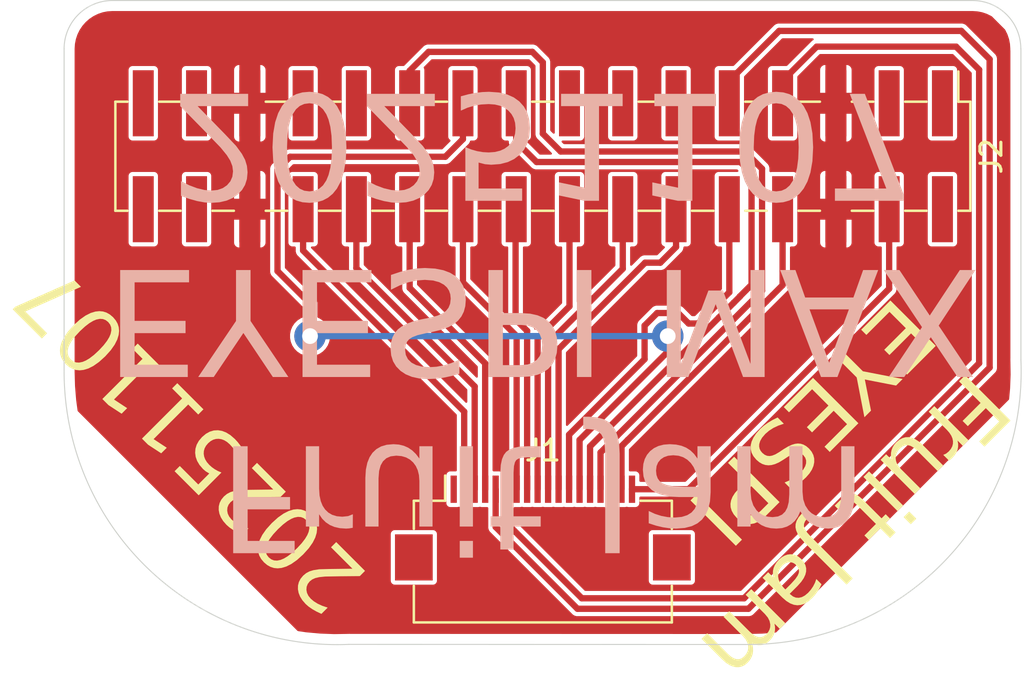
<source format=kicad_pcb>
(kicad_pcb (version 20241229) (generator "pcbnew") (generator_version "9.0")
  (layers (0 "F.Cu" signal) (2 "B.Cu" signal) (13 "F.Paste" user) (15 "B.Paste" user) (5 "F.SilkS" user "F.Silkscreen") (7 "B.SilkS" user "B.Silkscreen") (1 "F.Mask" user) (3 "B.Mask" user) (25 "Edge.Cuts" user))
  (net 0 "")
  (net 1 "/dc")
  (net 2 "/busy")
  (net 3 "/sck")
  (net 4 "/mosi")
  (net 5 "/tscs")
  (net 6 "/gpio2")
  (net 7 "/miso")
  (net 8 "/sdcs")
  (net 9 "gnd")
  (net 10 "/int")
  (net 11 "3v3")
  (net 12 "/rst")
  (net 13 "/gpio1")
  (net 14 "/scl")
  (net 15 "/mcs")
  (net 16 "/lite")
  (net 17 "/tcs")
  (net 18 "/sda")
  (footprint "Connector_FFC-FPC:Hirose_FH12-18S-0.5SH_1x18-1MP_P0.50mm_Horizontal" (layer "F.Cu") (at 155.9 95.15)
    (property "Reference" "J1" (at 0 -3.7 0) (layer "F.SilkS"))
    (property "Value" "Conn_01x18_Socket" (hide yes))
    (fp_line (start -6.15 -1.3) (end -6.15 0.04) (stroke (width 0.12)) (layer "F.SilkS"))
    (fp_line (start -6.15 2.76) (end -6.15 4.5) (stroke (width 0.12)) (layer "F.SilkS"))
    (fp_line (start -6.15 4.5) (end 6.15 4.5) (stroke (width 0.12)) (layer "F.SilkS"))
    (fp_line (start -4.66 -1.3) (end -6.15 -1.3) (stroke (width 0.12)) (layer "F.SilkS"))
    (fp_line (start -4.66 -1.3) (end -4.66 -2.5) (stroke (width 0.12)) (layer "F.SilkS"))
    (fp_line (start 4.66 -1.3) (end 6.15 -1.3) (stroke (width 0.12)) (layer "F.SilkS"))
    (fp_line (start 6.15 -1.3) (end 6.15 0.04) (stroke (width 0.12)) (layer "F.SilkS"))
    (fp_line (start 6.15 4.5) (end 6.15 2.76) (stroke (width 0.12)) (layer "F.SilkS"))
    (pad "1" smd rect (at -4.25 -1.85) (size 0.3 1.3) (layers "F.Cu" "F.Mask" "F.Paste") (net 6 "/gpio2"))
    (pad "2" smd rect (at -3.75 -1.85) (size 0.3 1.3) (layers "F.Cu" "F.Mask" "F.Paste") (net 13 "/gpio1"))
    (pad "3" smd rect (at -3.25 -1.85) (size 0.3 1.3) (layers "F.Cu" "F.Mask" "F.Paste") (net 2 "/busy"))
    (pad "4" smd rect (at -2.75 -1.85) (size 0.3 1.3) (layers "F.Cu" "F.Mask" "F.Paste") (net 10 "/int"))
    (pad "5" smd rect (at -2.25 -1.85) (size 0.3 1.3) (layers "F.Cu" "F.Mask" "F.Paste") (net 18 "/sda"))
    (pad "6" smd rect (at -1.75 -1.85) (size 0.3 1.3) (layers "F.Cu" "F.Mask" "F.Paste") (net 14 "/scl"))
    (pad "7" smd rect (at -1.25 -1.85) (size 0.3 1.3) (layers "F.Cu" "F.Mask" "F.Paste") (net 5 "/tscs"))
    (pad "8" smd rect (at -0.75 -1.85) (size 0.3 1.3) (layers "F.Cu" "F.Mask" "F.Paste") (net 15 "/mcs"))
    (pad "9" smd rect (at -0.25 -1.85) (size 0.3 1.3) (layers "F.Cu" "F.Mask" "F.Paste") (net 8 "/sdcs"))
    (pad "10" smd rect (at 0.25 -1.85) (size 0.3 1.3) (layers "F.Cu" "F.Mask" "F.Paste") (net 17 "/tcs"))
    (pad "11" smd rect (at 0.75 -1.85) (size 0.3 1.3) (layers "F.Cu" "F.Mask" "F.Paste") (net 12 "/rst"))
    (pad "12" smd rect (at 1.25 -1.85) (size 0.3 1.3) (layers "F.Cu" "F.Mask" "F.Paste") (net 1 "/dc"))
    (pad "13" smd rect (at 1.75 -1.85) (size 0.3 1.3) (layers "F.Cu" "F.Mask" "F.Paste") (net 7 "/miso"))
    (pad "14" smd rect (at 2.25 -1.85) (size 0.3 1.3) (layers "F.Cu" "F.Mask" "F.Paste") (net 4 "/mosi"))
    (pad "15" smd rect (at 2.75 -1.85) (size 0.3 1.3) (layers "F.Cu" "F.Mask" "F.Paste") (net 3 "/sck"))
    (pad "16" smd rect (at 3.25 -1.85) (size 0.3 1.3) (layers "F.Cu" "F.Mask" "F.Paste") (net 9 "gnd"))
    (pad "17" smd rect (at 3.75 -1.85) (size 0.3 1.3) (layers "F.Cu" "F.Mask" "F.Paste") (net 16 "/lite"))
    (pad "18" smd rect (at 4.25 -1.85) (size 0.3 1.3) (layers "F.Cu" "F.Mask" "F.Paste") (net 11 "3v3"))
    (pad "MP" smd rect (at -6.15 1.4) (size 1.8 2.2) (layers "F.Cu" "F.Mask" "F.Paste"))
    (pad "MP" smd rect (at 6.15 1.4) (size 1.8 2.2) (layers "F.Cu" "F.Mask" "F.Paste"))
  )
  (footprint "Connector_PinHeader_2.54mm:PinHeader_2x16_P2.54mm_Vertical_SMD" (layer "F.Cu") (at 155.9 77.425 -90)
    (property "Reference" "J2" (at 0 -21.38 90) (layer "F.SilkS"))
    (property "Value" "FruitJam-2x16" (hide yes))
    (fp_line (start -2.6 20.38) (end 2.6 20.38) (stroke (width 0.12)) (layer "F.SilkS"))
    (fp_line (start -2.6 19.81) (end -2.6 20.38) (stroke (width 0.12)) (layer "F.SilkS"))
    (fp_line (start 2.6 19.81) (end 2.6 20.38) (stroke (width 0.12)) (layer "F.SilkS"))
    (fp_line (start -2.6 17.27) (end -2.6 18.29) (stroke (width 0.12)) (layer "F.SilkS"))
    (fp_line (start 2.6 17.27) (end 2.6 18.29) (stroke (width 0.12)) (layer "F.SilkS"))
    (fp_line (start -2.6 14.73) (end -2.6 15.75) (stroke (width 0.12)) (layer "F.SilkS"))
    (fp_line (start 2.6 14.73) (end 2.6 15.75) (stroke (width 0.12)) (layer "F.SilkS"))
    (fp_line (start -2.6 12.19) (end -2.6 13.21) (stroke (width 0.12)) (layer "F.SilkS"))
    (fp_line (start 2.6 12.19) (end 2.6 13.21) (stroke (width 0.12)) (layer "F.SilkS"))
    (fp_line (start -2.6 9.65) (end -2.6 10.67) (stroke (width 0.12)) (layer "F.SilkS"))
    (fp_line (start 2.6 9.65) (end 2.6 10.67) (stroke (width 0.12)) (layer "F.SilkS"))
    (fp_line (start -2.6 7.11) (end -2.6 8.13) (stroke (width 0.12)) (layer "F.SilkS"))
    (fp_line (start 2.6 7.11) (end 2.6 8.13) (stroke (width 0.12)) (layer "F.SilkS"))
    (fp_line (start -2.6 4.57) (end -2.6 5.59) (stroke (width 0.12)) (layer "F.SilkS"))
    (fp_line (start 2.6 4.57) (end 2.6 5.59) (stroke (width 0.12)) (layer "F.SilkS"))
    (fp_line (start -2.6 2.03) (end -2.6 3.05) (stroke (width 0.12)) (layer "F.SilkS"))
    (fp_line (start 2.6 2.03) (end 2.6 3.05) (stroke (width 0.12)) (layer "F.SilkS"))
    (fp_line (start -2.6 -0.51) (end -2.6 0.51) (stroke (width 0.12)) (layer "F.SilkS"))
    (fp_line (start 2.6 -0.51) (end 2.6 0.51) (stroke (width 0.12)) (layer "F.SilkS"))
    (fp_line (start -2.6 -3.05) (end -2.6 -2.03) (stroke (width 0.12)) (layer "F.SilkS"))
    (fp_line (start 2.6 -3.05) (end 2.6 -2.03) (stroke (width 0.12)) (layer "F.SilkS"))
    (fp_line (start -2.6 -5.59) (end -2.6 -4.57) (stroke (width 0.12)) (layer "F.SilkS"))
    (fp_line (start 2.6 -5.59) (end 2.6 -4.57) (stroke (width 0.12)) (layer "F.SilkS"))
    (fp_line (start -2.6 -8.13) (end -2.6 -7.11) (stroke (width 0.12)) (layer "F.SilkS"))
    (fp_line (start 2.6 -8.13) (end 2.6 -7.11) (stroke (width 0.12)) (layer "F.SilkS"))
    (fp_line (start -2.6 -10.67) (end -2.6 -9.65) (stroke (width 0.12)) (layer "F.SilkS"))
    (fp_line (start 2.6 -10.67) (end 2.6 -9.65) (stroke (width 0.12)) (layer "F.SilkS"))
    (fp_line (start -2.6 -13.21) (end -2.6 -12.19) (stroke (width 0.12)) (layer "F.SilkS"))
    (fp_line (start 2.6 -13.21) (end 2.6 -12.19) (stroke (width 0.12)) (layer "F.SilkS"))
    (fp_line (start -2.6 -15.75) (end -2.6 -14.73) (stroke (width 0.12)) (layer "F.SilkS"))
    (fp_line (start 2.6 -15.75) (end 2.6 -14.73) (stroke (width 0.12)) (layer "F.SilkS"))
    (fp_line (start -2.6 -18.29) (end -2.6 -17.27) (stroke (width 0.12)) (layer "F.SilkS"))
    (fp_line (start 2.6 -18.29) (end 2.6 -17.27) (stroke (width 0.12)) (layer "F.SilkS"))
    (fp_line (start -4.04 -19.81) (end -2.6 -19.81) (stroke (width 0.12)) (layer "F.SilkS"))
    (fp_line (start -2.6 -20.38) (end -2.6 -19.81) (stroke (width 0.12)) (layer "F.SilkS"))
    (fp_line (start -2.6 -20.38) (end 2.6 -20.38) (stroke (width 0.12)) (layer "F.SilkS"))
    (fp_line (start 2.6 -20.38) (end 2.6 -19.81) (stroke (width 0.12)) (layer "F.SilkS"))
    (pad "1" smd rect (at -2.525 -19.05 270) (size 3.15 1) (layers "F.Cu" "F.Mask" "F.Paste"))
    (pad "2" smd rect (at 2.525 -19.05 270) (size 3.15 1) (layers "F.Cu" "F.Mask" "F.Paste"))
    (pad "3" smd rect (at -2.525 -16.51 270) (size 3.15 1) (layers "F.Cu" "F.Mask" "F.Paste"))
    (pad "4" smd rect (at 2.525 -16.51 270) (size 3.15 1) (layers "F.Cu" "F.Mask" "F.Paste") (net 11 "3v3"))
    (pad "5" smd rect (at -2.525 -13.97 270) (size 3.15 1) (layers "F.Cu" "F.Mask" "F.Paste") (net 9 "gnd"))
    (pad "6" smd rect (at 2.525 -13.97 270) (size 3.15 1) (layers "F.Cu" "F.Mask" "F.Paste") (net 9 "gnd"))
    (pad "7" smd rect (at -2.525 -11.43 270) (size 3.15 1) (layers "F.Cu" "F.Mask" "F.Paste") (net 14 "/scl"))
    (pad "8" smd rect (at 2.525 -11.43 270) (size 3.15 1) (layers "F.Cu" "F.Mask" "F.Paste") (net 16 "/lite"))
    (pad "9" smd rect (at -2.525 -8.89 270) (size 3.15 1) (layers "F.Cu" "F.Mask" "F.Paste") (net 18 "/sda"))
    (pad "10" smd rect (at 2.525 -8.89 270) (size 3.15 1) (layers "F.Cu" "F.Mask" "F.Paste") (net 1 "/dc"))
    (pad "11" smd rect (at -2.525 -6.35 270) (size 3.15 1) (layers "F.Cu" "F.Mask" "F.Paste"))
    (pad "12" smd rect (at 2.525 -6.35 270) (size 3.15 1) (layers "F.Cu" "F.Mask" "F.Paste") (net 12 "/rst"))
    (pad "13" smd rect (at -2.525 -3.81 270) (size 3.15 1) (layers "F.Cu" "F.Mask" "F.Paste"))
    (pad "14" smd rect (at 2.525 -3.81 270) (size 3.15 1) (layers "F.Cu" "F.Mask" "F.Paste") (net 17 "/tcs"))
    (pad "15" smd rect (at -2.525 -1.27 270) (size 3.15 1) (layers "F.Cu" "F.Mask" "F.Paste"))
    (pad "16" smd rect (at 2.525 -1.27 270) (size 3.15 1) (layers "F.Cu" "F.Mask" "F.Paste") (net 8 "/sdcs"))
    (pad "17" smd rect (at -2.525 1.27 270) (size 3.15 1) (layers "F.Cu" "F.Mask" "F.Paste") (net 4 "/mosi"))
    (pad "18" smd rect (at 2.525 1.27 270) (size 3.15 1) (layers "F.Cu" "F.Mask" "F.Paste") (net 15 "/mcs"))
    (pad "19" smd rect (at -2.525 3.81 270) (size 3.15 1) (layers "F.Cu" "F.Mask" "F.Paste") (net 7 "/miso"))
    (pad "20" smd rect (at 2.525 3.81 270) (size 3.15 1) (layers "F.Cu" "F.Mask" "F.Paste") (net 5 "/tscs"))
    (pad "21" smd rect (at -2.525 6.35 270) (size 3.15 1) (layers "F.Cu" "F.Mask" "F.Paste") (net 3 "/sck"))
    (pad "22" smd rect (at 2.525 6.35 270) (size 3.15 1) (layers "F.Cu" "F.Mask" "F.Paste") (net 10 "/int"))
    (pad "23" smd rect (at -2.525 8.89 270) (size 3.15 1) (layers "F.Cu" "F.Mask" "F.Paste"))
    (pad "24" smd rect (at 2.525 8.89 270) (size 3.15 1) (layers "F.Cu" "F.Mask" "F.Paste") (net 2 "/busy"))
    (pad "25" smd rect (at -2.525 11.43 270) (size 3.15 1) (layers "F.Cu" "F.Mask" "F.Paste"))
    (pad "26" smd rect (at 2.525 11.43 270) (size 3.15 1) (layers "F.Cu" "F.Mask" "F.Paste") (net 13 "/gpio1"))
    (pad "27" smd rect (at -2.525 13.97 270) (size 3.15 1) (layers "F.Cu" "F.Mask" "F.Paste") (net 9 "gnd"))
    (pad "28" smd rect (at 2.525 13.97 270) (size 3.15 1) (layers "F.Cu" "F.Mask" "F.Paste") (net 9 "gnd"))
    (pad "29" smd rect (at -2.525 16.51 270) (size 3.15 1) (layers "F.Cu" "F.Mask" "F.Paste"))
    (pad "30" smd rect (at 2.525 16.51 270) (size 3.15 1) (layers "F.Cu" "F.Mask" "F.Paste"))
    (pad "31" smd rect (at -2.525 19.05 270) (size 3.15 1) (layers "F.Cu" "F.Mask" "F.Paste"))
    (pad "32" smd rect (at 2.525 19.05 270) (size 3.15 1) (layers "F.Cu" "F.Mask" "F.Paste"))
  )
  (gr_arc (start 176.386451 70.001346) (mid 178.012797 70.675) (end 178.686451 72.301346) (stroke (width 0.05)) (layer "Edge.Cuts"))
  (gr_line (start 135.376346 70.001346) (end 176.386451 70.001346) (stroke (width 0.05)) (layer "Edge.Cuts"))
  (gr_line (start 133.076346 87.680211) (end 133.076346 72.301346) (stroke (width 0.05)) (layer "Edge.Cuts"))
  (gr_line (start 165.690839 100.702863) (end 146.645036 100.697137) (stroke (width 0.05)) (layer "Edge.Cuts"))
  (gr_arc (start 146.645056 100.697137) (mid 137.091977 97.098041) (end 133.076346 87.71244) (stroke (width 0.05)) (layer "Edge.Cuts"))
  (gr_arc (start 178.690839 87.134144) (mid 175.086451 96.692749) (end 165.690839 100.702863) (stroke (width 0.05)) (layer "Edge.Cuts"))
  (gr_arc (start 133.076346 72.301346) (mid 133.75 70.675) (end 135.376346 70.001346) (stroke (width 0.05)) (layer "Edge.Cuts"))
  (gr_line (start 178.690839 87.134144) (end 178.690839 72.30135) (stroke (width 0.05)) (layer "Edge.Cuts"))
  (gr_text "Fruit Jam\nEYESPI" (at 172.4 83.65 225) (layer "F.SilkS") (effects (font (size 3 3) (thickness 0.1)) (justify left bottom)))
  (gr_text "20251107" (at 148 97.05 135) (layer "F.SilkS") (effects (font (size 3 3) (thickness 0.1)) (justify left bottom)))
  (gr_text "Fruit Jam\nEYESPI MAX\n20251107" (at 155.9 73.6 180) (layer "B.SilkS") (effects (font (size 5 5) (thickness 0.1)) (justify bottom mirror)))
  (segment (start 160.75 85.5) (end 161.35 84.9) (width 0.3) (layer "F.Cu") (net 1))
  (segment (start 157.15 93.3) (end 157.15 90.7) (width 0.3) (layer "F.Cu") (net 1))
  (segment (start 164.79 83.91) (end 164.79 79.95) (width 0.3) (layer "F.Cu") (net 1))
  (segment (start 163.3 85.4) (end 164.79 83.91) (width 0.3) (layer "F.Cu") (net 1))
  (segment (start 160.75 87.1) (end 160.75 85.5) (width 0.3) (layer "F.Cu") (net 1))
  (segment (start 161.35 84.9) (end 162.35 84.9) (width 0.3) (layer "F.Cu") (net 1))
  (segment (start 157.15 90.7) (end 160.75 87.1) (width 0.3) (layer "F.Cu") (net 1))
  (segment (start 162.35 84.9) (end 162.85 85.4) (width 0.3) (layer "F.Cu") (net 1))
  (segment (start 162.85 85.4) (end 163.3 85.4) (width 0.3) (layer "F.Cu") (net 1))
  (segment (start 152.65 93.3) (end 152.65 88.4) (width 0.3) (layer "F.Cu") (net 2))
  (segment (start 152.65 88.4) (end 147.01 82.76) (width 0.3) (layer "F.Cu") (net 2))
  (segment (start 147.01 82.76) (end 147.01 79.95) (width 0.3) (layer "F.Cu") (net 2))
  (segment (start 166.35 83.84148) (end 166.35 78.024479) (width 0.3) (layer "F.Cu") (net 3))
  (segment (start 158.65 91.55) (end 159.149 91.051) (width 0.3) (layer "F.Cu") (net 3))
  (segment (start 159.149 91.04248) (end 159.149 91.042479) (width 0.3) (layer "F.Cu") (net 3))
  (segment (start 165.848521 77.523) (end 165.84852 77.523) (width 0.3) (layer "F.Cu") (net 3))
  (segment (start 156.75 77.2) (end 165.525521 77.2) (width 0.3) (layer "F.Cu") (net 3))
  (segment (start 166.35 78.024479) (end 165.848521 77.523) (width 0.3) (layer "F.Cu") (net 3))
  (segment (start 149.55 73.35) (end 150.45 72.45) (width 0.3) (layer "F.Cu") (net 3))
  (segment (start 150.45 72.45) (end 155.4 72.45) (width 0.3) (layer "F.Cu") (net 3))
  (segment (start 165.568 77.24248) (end 165.848521 77.523) (width 0.3) (layer "F.Cu") (net 3))
  (segment (start 155.9 76.35) (end 156.75 77.2) (width 0.3) (layer "F.Cu") (net 3))
  (segment (start 155.9 72.95) (end 155.9 76.35) (width 0.3) (layer "F.Cu") (net 3))
  (segment (start 158.65 93.3) (end 158.65 91.55) (width 0.3) (layer "F.Cu") (net 3))
  (segment (start 159.149 91.04248) (end 159.442479 90.749) (width 0.3) (layer "F.Cu") (net 3))
  (segment (start 149.55 74.9) (end 149.55 73.35) (width 0.3) (layer "F.Cu") (net 3))
  (segment (start 159.149 91.051) (end 159.149 91.04248) (width 0.3) (layer "F.Cu") (net 3))
  (segment (start 165.525521 77.2) (end 165.568 77.24248) (width 0.3) (layer "F.Cu") (net 3))
  (segment (start 155.4 72.45) (end 155.9 72.95) (width 0.3) (layer "F.Cu") (net 3))
  (segment (start 159.442479 90.749) (end 166.35 83.84148) (width 0.3) (layer "F.Cu") (net 3))
  (segment (start 165.291 84.117521) (end 165.291 84.109) (width 0.3) (layer "F.Cu") (net 4))
  (segment (start 154.63 76.73) (end 154.63 74.9) (width 0.3) (layer "F.Cu") (net 4))
  (segment (start 165.85 78.233) (end 165.317 77.7) (width 0.3) (layer "F.Cu") (net 4))
  (segment (start 158.15 93.3) (end 158.15 91.258521) (width 0.3) (layer "F.Cu") (net 4))
  (segment (start 158.15 91.258521) (end 164.301 85.107521) (width 0.3) (layer "F.Cu") (net 4))
  (segment (start 164.997521 84.411) (end 165.291 84.117521) (width 0.3) (layer "F.Cu") (net 4))
  (segment (start 165.85 83.55) (end 165.85 78.233) (width 0.3) (layer "F.Cu") (net 4))
  (segment (start 155.6 77.7) (end 154.63 76.73) (width 0.3) (layer "F.Cu") (net 4))
  (segment (start 165.317 77.7) (end 155.6 77.7) (width 0.3) (layer "F.Cu") (net 4))
  (segment (start 164.301 85.10752) (end 164.997521 84.411) (width 0.3) (layer "F.Cu") (net 4))
  (segment (start 164.997521 84.411) (end 164.99752 84.411) (width 0.3) (layer "F.Cu") (net 4))
  (segment (start 164.301 85.107521) (end 164.301 85.10752) (width 0.3) (layer "F.Cu") (net 4))
  (segment (start 165.291 84.109) (end 165.85 83.55) (width 0.3) (layer "F.Cu") (net 4))
  (segment (start 154.65 86) (end 154.65 93.3) (width 0.3) (layer "F.Cu") (net 5))
  (segment (start 152.09 79.95) (end 152.09 83.44) (width 0.3) (layer "F.Cu") (net 5))
  (segment (start 152.09 83.44) (end 154.65 86) (width 0.3) (layer "F.Cu") (net 5))
  (segment (start 144.8 86.3) (end 144.8 84.45) (width 0.3) (layer "F.Cu") (net 7))
  (segment (start 151.25 77.45) (end 152.09 76.61) (width 0.3) (layer "F.Cu") (net 7))
  (segment (start 157.65 90.95) (end 157.65 93.3) (width 0.3) (layer "F.Cu") (net 7))
  (segment (start 161.852887 86.747113) (end 157.65 90.95) (width 0.3) (layer "F.Cu") (net 7))
  (segment (start 143.25 78.05) (end 143.85 77.45) (width 0.3) (layer "F.Cu") (net 7))
  (segment (start 143.85 77.45) (end 151.25 77.45) (width 0.3) (layer "F.Cu") (net 7))
  (segment (start 143.25 82.9) (end 143.25 78.05) (width 0.3) (layer "F.Cu") (net 7))
  (segment (start 152.09 76.61) (end 152.09 74.9) (width 0.3) (layer "F.Cu") (net 7))
  (segment (start 144.8 84.45) (end 143.25 82.9) (width 0.3) (layer "F.Cu") (net 7))
  (segment (start 161.852887 86) (end 161.852887 86.747113) (width 0.3) (layer "F.Cu") (net 7))
  (via (at 161.852887 86) (size 1.5) (drill 0.75) (layers "F.Cu" "B.Cu") (net 7))
  (via (at 144.8 86) (size 1.5) (drill 0.75) (layers "F.Cu" "B.Cu") (net 7))
  (segment (start 144.8 86) (end 161.852887 86) (width 0.3) (layer "B.Cu") (net 7))
  (segment (start 155.65 93.3) (end 155.65 86.1) (width 0.3) (layer "F.Cu") (net 8))
  (segment (start 155.65 86.1) (end 157.17 84.58) (width 0.3) (layer "F.Cu") (net 8))
  (segment (start 157.17 84.58) (end 157.17 79.95) (width 0.3) (layer "F.Cu") (net 8))
  (segment (start 149.55 79.95) (end 149.55 83.7) (width 0.3) (layer "F.Cu") (net 10))
  (segment (start 149.55 83.7) (end 153.15 87.3) (width 0.3) (layer "F.Cu") (net 10))
  (segment (start 153.15 87.3) (end 153.15 93.3) (width 0.3) (layer "F.Cu") (net 10))
  (segment (start 162.85 93.3) (end 172.41 83.74) (width 0.3) (layer "F.Cu") (net 11))
  (segment (start 160.15 93.3) (end 162.85 93.3) (width 0.3) (layer "F.Cu") (net 11))
  (segment (start 172.41 83.74) (end 172.41 79.95) (width 0.3) (layer "F.Cu") (net 11))
  (segment (start 162.25 81.75) (end 162.25 79.95) (width 0.3) (layer "F.Cu") (net 12))
  (segment (start 156.65 86.625) (end 160.775 82.5) (width 0.3) (layer "F.Cu") (net 12))
  (segment (start 161.5 82.5) (end 162.25 81.75) (width 0.3) (layer "F.Cu") (net 12))
  (segment (start 160.775 82.5) (end 161.5 82.5) (width 0.3) (layer "F.Cu") (net 12))
  (segment (start 156.65 93.3) (end 156.65 86.625) (width 0.3) (layer "F.Cu") (net 12))
  (segment (start 144.47 81.92) (end 152.15 89.6) (width 0.3) (layer "F.Cu") (net 13))
  (segment (start 144.47 79.95) (end 144.47 81.92) (width 0.3) (layer "F.Cu") (net 13))
  (segment (start 152.15 89.6) (end 152.15 93.3) (width 0.3) (layer "F.Cu") (net 13))
  (segment (start 157.75752 98.499) (end 154.15 94.89148) (width 0.3) (layer "F.Cu") (net 14))
  (segment (start 175.6 72.2) (end 176.699 73.299) (width 0.3) (layer "F.Cu") (net 14))
  (segment (start 176.699 87.29248) (end 165.49248 98.499) (width 0.3) (layer "F.Cu") (net 14))
  (segment (start 167.33 73.825) (end 168.955 72.2) (width 0.3) (layer "F.Cu") (net 14))
  (segment (start 167.33 74.9) (end 167.33 73.825) (width 0.3) (layer "F.Cu") (net 14))
  (segment (start 165.49248 98.499) (end 157.75752 98.499) (width 0.3) (layer "F.Cu") (net 14))
  (segment (start 176.699 73.299) (end 176.699 87.29248) (width 0.3) (layer "F.Cu") (net 14))
  (segment (start 168.955 72.2) (end 175.6 72.2) (width 0.3) (layer "F.Cu") (net 14))
  (segment (start 154.15 94.89148) (end 154.15 93.3) (width 0.3) (layer "F.Cu") (net 14))
  (segment (start 154.6 85.2) (end 155.15 85.75) (width 0.3) (layer "F.Cu") (net 15))
  (segment (start 155.15 85.75) (end 155.15 93.3) (width 0.3) (layer "F.Cu") (net 15))
  (segment (start 154.63 79.95) (end 154.6 79.98) (width 0.3) (layer "F.Cu") (net 15))
  (segment (start 154.6 79.98) (end 154.6 85.2) (width 0.3) (layer "F.Cu") (net 15))
  (segment (start 159.65 91.25852) (end 159.65 91.25) (width 0.3) (layer "F.Cu") (net 16))
  (segment (start 167.33 83.57) (end 167.33 79.95) (width 0.3) (layer "F.Cu") (net 16))
  (segment (start 159.65 91.25) (end 159.747827 91.152173) (width 0.3) (layer "F.Cu") (net 16))
  (segment (start 159.65 91.25) (end 159.650001 91.250001) (width 0.3) (layer "F.Cu") (net 16))
  (segment (start 166.55752 84.34248) (end 166.851 84.049001) (width 0.3) (layer "F.Cu") (net 16))
  (segment (start 159.747827 91.152173) (end 159.943479 90.95652) (width 0.3) (layer "F.Cu") (net 16))
  (segment (start 159.943479 90.95652) (end 159.94348 90.956522) (width 0.3) (layer "F.Cu") (net 16))
  (segment (start 159.65 93.3) (end 159.65 91.25852) (width 0.3) (layer "F.Cu") (net 16))
  (segment (start 166.851 84.049001) (end 167.33 83.57) (width 0.3) (layer "F.Cu") (net 16))
  (segment (start 159.943479 90.95652) (end 159.943479 90.956521) (width 0.3) (layer "F.Cu") (net 16))
  (segment (start 159.94348 90.956522) (end 166.55752 84.34248) (width 0.3) (layer "F.Cu") (net 16))
  (segment (start 156.15 86.35) (end 156.15 93.3) (width 0.3) (layer "F.Cu") (net 17))
  (segment (start 159.71 79.95) (end 159.71 82.79) (width 0.3) (layer "F.Cu") (net 17))
  (segment (start 159.71 82.79) (end 156.15 86.35) (width 0.3) (layer "F.Cu") (net 17))
  (segment (start 164.79 74.9) (end 164.79 73.825) (width 0.3) (layer "F.Cu") (net 18))
  (segment (start 177.2 72.8) (end 177.2 87.5) (width 0.3) (layer "F.Cu") (net 18))
  (segment (start 167.165 71.45) (end 175.85 71.45) (width 0.3) (layer "F.Cu") (net 18))
  (segment (start 153.65 95.1) (end 153.65 93.3) (width 0.3) (layer "F.Cu") (net 18))
  (segment (start 175.85 71.45) (end 177.2 72.8) (width 0.3) (layer "F.Cu") (net 18))
  (segment (start 177.2 87.5) (end 165.7 99) (width 0.3) (layer "F.Cu") (net 18))
  (segment (start 164.79 73.825) (end 167.165 71.45) (width 0.3) (layer "F.Cu") (net 18))
  (segment (start 157.55 99) (end 153.65 95.1) (width 0.3) (layer "F.Cu") (net 18))
  (segment (start 165.7 99) (end 157.55 99) (width 0.3) (layer "F.Cu") (net 18))
  (zone (net 9) (net_name "gnd") (layer "F.Cu") (connect_pads (clearance 0.1)) (min_thickness 0.1) (fill yes (thermal_gap 0.25) (thermal_bridge_width 1))
    (polygon (pts (xy 135.15 70.05) (xy 176.6 70.05) (xy 178.65 72.1) (xy 178.65 88.5) (xy 166.55 100.6) (xy 144.75 100.6) (xy 133.2 89.05) (xy 133.2 71.7) (xy 134.75 70.15) (xy 135.05 70.15)))
  )
)
</source>
